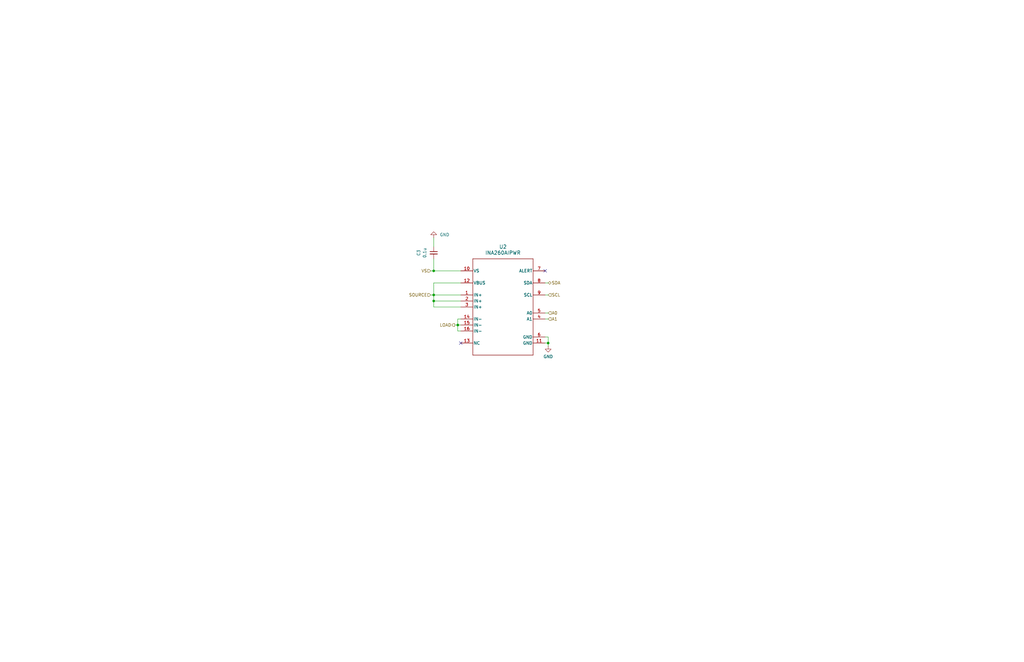
<source format=kicad_sch>
(kicad_sch (version 20250114) (generator "eeschema") (generator_version "9.0")
  (paper "USLedger")
  (title_block (title "HEDGE2 EPS") (date "2025-06-27") (rev "V0.8") (company "University of Virginia") (comment 1 "Department of Mechanical and Aerospace Engineering"))
  (lib_symbols
    (symbol "Device:C_Small" (pin_numbers (hide yes)) (pin_names (offset 0.254) (hide yes))
      (property "Reference" "C" (at 0.254 1.778 0))
      (property "Value" "C_Small" (at 0.254 -2.032 0))
      (symbol "C_Small_0_1"
        (polyline (pts (xy -1.524 0.508) (xy 1.524 0.508)) (stroke (width 0.3048)))
        (polyline (pts (xy -1.524 -0.508) (xy 1.524 -0.508)) (stroke (width 0.3302)))
      )
      (symbol "C_Small_1_1"
        (pin passive line (at 0 2.54 270) (length 2.032) (name "~") (number "1"))
        (pin passive line (at 0 -2.54 90) (length 2.032) (name "~") (number "2"))
      )
    )
    (symbol "INA260AI:INA260AIPWR" (pin_names (offset 0.254))
      (property "Reference" "U" (at 0 2.54 0))
      (property "Value" "INA260AIPWR" (at 0 0 0))
      (symbol "INA260AIPWR_0_1"
        (polyline (pts (xy -12.7 20.32) (xy -12.7 -20.32)) (stroke (width 0.2032)))
        (polyline (pts (xy -12.7 -20.32) (xy 12.7 -20.32)) (stroke (width 0.2032)))
        (polyline (pts (xy 12.7 20.32) (xy -12.7 20.32)) (stroke (width 0.2032)))
        (polyline (pts (xy 12.7 -20.32) (xy 12.7 20.32)) (stroke (width 0.2032)))
        (pin power_in line (at -17.78 15.24 0) (length 5.08) (name "VS") (number "10"))
        (pin power_in line (at -17.78 10.16 0) (length 5.08) (name "VBUS") (number "12"))
        (pin power_in line (at -17.78 5.08 0) (length 5.08) (name "IN+") (number "1"))
        (pin power_in line (at -17.78 2.54 0) (length 5.08) (name "IN+") (number "2"))
        (pin power_in line (at -17.78 0 0) (length 5.08) (name "IN+") (number "3"))
        (pin power_in line (at -17.78 -5.08 0) (length 5.08) (name "IN-") (number "14"))
        (pin power_in line (at -17.78 -7.62 0) (length 5.08) (name "IN-") (number "15"))
        (pin power_in line (at -17.78 -10.16 0) (length 5.08) (name "IN-") (number "16"))
        (pin unspecified line (at -17.78 -15.24 0) (length 5.08) (name "NC") (number "13"))
        (pin open_collector line (at 17.78 15.24 180) (length 5.08) (name "ALERT") (number "7"))
        (pin bidirectional line (at 17.78 10.16 180) (length 5.08) (name "SDA") (number "8"))
        (pin input line (at 17.78 5.08 180) (length 5.08) (name "SCL") (number "9"))
        (pin input line (at 17.78 -2.54 180) (length 5.08) (name "A0") (number "5"))
        (pin input line (at 17.78 -5.08 180) (length 5.08) (name "A1") (number "4"))
        (pin power_in line (at 17.78 -12.7 180) (length 5.08) (name "GND") (number "6"))
        (pin power_in line (at 17.78 -15.24 180) (length 5.08) (name "GND") (number "11"))
      )
    )
    (symbol "power:GND" (power) (pin_numbers (hide yes)) (pin_names (offset 0) (hide yes))
      (property "Value" "GND" (at 0 -3.81 0))
      (symbol "GND_0_1"
        (polyline (pts (xy 0 0) (xy 0 -1.27) (xy 1.27 -1.27) (xy 0 -2.54) (xy -1.27 -1.27) (xy 0 -1.27)))
      )
      (symbol "GND_1_1"
        (pin power_in line (at 0 0 270) (length 0) (name "~") (number "1"))
      )
    )
  )
  (junction (at 182.88 124.46))
  (junction (at 193.04 137.16))
  (junction (at 182.88 127))
  (junction (at 231.14 144.78))
  (junction (at 182.88 114.3))
  (no_connect (at 229.87 114.3))
  (no_connect (at 194.31 144.78))
  (wire (pts (xy 193.04 139.7) (xy 193.04 137.16)))
  (wire (pts (xy 194.31 124.46) (xy 182.88 124.46)))
  (wire (pts (xy 181.61 114.3) (xy 182.88 114.3)))
  (wire (pts (xy 231.14 144.78) (xy 231.14 146.05)))
  (wire (pts (xy 194.31 129.54) (xy 182.88 129.54)))
  (wire (pts (xy 229.87 142.24) (xy 231.14 142.24)))
  (wire (pts (xy 182.88 114.3) (xy 182.88 109.22)))
  (wire (pts (xy 194.31 139.7) (xy 193.04 139.7)))
  (wire (pts (xy 182.88 129.54) (xy 182.88 127)))
  (wire (pts (xy 194.31 119.38) (xy 182.88 119.38)))
  (wire (pts (xy 229.87 134.62) (xy 231.14 134.62)))
  (wire (pts (xy 193.04 137.16) (xy 194.31 137.16)))
  (wire (pts (xy 193.04 134.62) (xy 193.04 137.16)))
  (wire (pts (xy 191.77 137.16) (xy 193.04 137.16)))
  (wire (pts (xy 182.88 114.3) (xy 194.31 114.3)))
  (wire (pts (xy 182.88 124.46) (xy 182.88 127)))
  (wire (pts (xy 229.87 144.78) (xy 231.14 144.78)))
  (wire (pts (xy 229.87 132.08) (xy 231.14 132.08)))
  (wire (pts (xy 182.88 104.14) (xy 182.88 100.33)))
  (wire (pts (xy 182.88 119.38) (xy 182.88 124.46)))
  (wire (pts (xy 182.88 127) (xy 194.31 127)))
  (wire (pts (xy 229.87 124.46) (xy 231.14 124.46)))
  (wire (pts (xy 229.87 119.38) (xy 231.14 119.38)))
  (wire (pts (xy 231.14 142.24) (xy 231.14 144.78)))
  (wire (pts (xy 194.31 134.62) (xy 193.04 134.62)))
  (wire (pts (xy 181.61 124.46) (xy 182.88 124.46)))
  (hierarchical_label "SCL" (shape input) (at 231.14 124.46 0))
  (hierarchical_label "A1" (shape input) (at 231.14 134.62 0))
  (hierarchical_label "SOURCE" (shape input) (at 181.61 124.46 180))
  (hierarchical_label "LOAD" (shape output) (at 191.77 137.16 180))
  (hierarchical_label "VS" (shape input) (at 181.61 114.3 180))
  (hierarchical_label "A0" (shape input) (at 231.14 132.08 0))
  (hierarchical_label "SDA" (shape bidirectional) (at 231.14 119.38 0))
  (symbol (lib_id "Device:C_Small") (at 182.88 106.68 0) (mirror y) (unit 1)
    (property "Reference" "C3" (at 176.53 106.6864 90))
    (property "Value" "0.1u" (at 179.07 106.6864 90))
    (property "Footprint" "Capacitor_SMD:C_0805_2012Metric" (effects (hide yes)))
    (property "DigiKey Part Number" "720-GA0805Y104JXABT31GCT-ND" (effects (hide yes)))
    (property "JLCPCB Part Number" "C2649536" (effects (hide yes)))
    (instances (project "HEDGE2-EPS" (path "" (reference "C3") (unit 1)) (path "" (reference "C8") (unit 1))))
  )
  (symbol (lib_id "power:GND") (at 231.14 146.05 0) (unit 1)
    (property "Reference" "#PWR066" (effects (hide yes)))
    (property "Value" "GND" (at 231.14 150.495 0))
    (instances (project "HEDGE2-EPS" (path "" (reference "#PWR066") (unit 1)) (path "" (reference "#PWR072") (unit 1))))
  )
  (symbol (lib_id "INA260AI:INA260AIPWR") (at 212.09 129.54 0) (unit 1)
    (property "Reference" "U2" (at 212.09 104.14 0) (effects (font (size 1.524 1.524))))
    (property "Value" "INA260AIPWR" (at 212.09 106.68 0) (effects (font (size 1.524 1.524))))
    (property "Footprint" "INA260AIPWR:PW0016A_L" (effects (hide yes)))
    (property "DigiKey Part Number" "296-45218-5-ND" (effects (hide yes)))
    (property "JLCPCB Part Number" "C2155885" (effects (hide yes)))
    (instances (project "HEDGE2-EPS" (path "" (reference "U2") (unit 1)) (path "" (reference "U4") (unit 1))))
  )
  (symbol (lib_id "power:GND") (at 182.88 100.33 180) (unit 1)
    (property "Reference" "#PWR065" (effects (hide yes)))
    (property "Value" "GND" (at 185.42 99.0599 0) (effects (justify right)))
    (instances (project "HEDGE2-EPS" (path "" (reference "#PWR065") (unit 1)) (path "" (reference "#PWR071") (unit 1))))
  )
)
</source>
